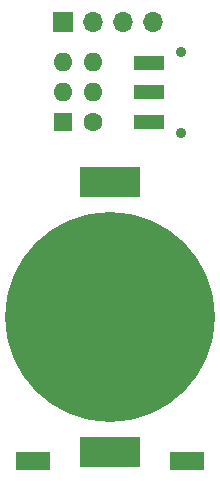
<source format=gbs>
G04 #@! TF.FileFunction,Soldermask,Bot*
%FSLAX46Y46*%
G04 Gerber Fmt 4.6, Leading zero omitted, Abs format (unit mm)*
G04 Created by KiCad (PCBNEW 4.0.6) date 05/20/19 12:49:57*
%MOMM*%
%LPD*%
G01*
G04 APERTURE LIST*
%ADD10C,0.100000*%
%ADD11C,17.780000*%
%ADD12R,5.080000X2.540000*%
%ADD13R,3.000000X1.500000*%
%ADD14R,1.600000X1.600000*%
%ADD15C,1.600000*%
%ADD16O,1.600000X1.600000*%
%ADD17R,1.700000X1.700000*%
%ADD18O,1.700000X1.700000*%
%ADD19R,2.500000X1.250000*%
%ADD20C,0.900000*%
G04 APERTURE END LIST*
D10*
D11*
X137180000Y-100600000D03*
D12*
X137180000Y-89170000D03*
X137180000Y-112030000D03*
D13*
X143660000Y-112776000D03*
X130660000Y-112776000D03*
D14*
X133180000Y-84100000D03*
D15*
X135720000Y-84100000D03*
D16*
X133180000Y-81560000D03*
X135720000Y-81560000D03*
X133180000Y-79020000D03*
X135720000Y-79020000D03*
D17*
X133180000Y-75600000D03*
D18*
X135720000Y-75600000D03*
X138260000Y-75600000D03*
X140800000Y-75600000D03*
D19*
X140430000Y-79100000D03*
X140430000Y-81600000D03*
X140430000Y-84100000D03*
D20*
X143180000Y-78200000D03*
X143180000Y-85000000D03*
M02*

</source>
